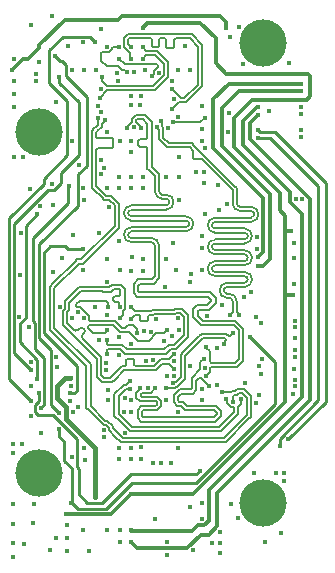
<source format=gbr>
G04*
G04 #@! TF.GenerationSoftware,Altium Limited,Altium Designer,24.9.1 (31)*
G04*
G04 Layer_Physical_Order=3*
G04 Layer_Color=6736896*
%FSLAX44Y44*%
%MOMM*%
G71*
G04*
G04 #@! TF.SameCoordinates,FD4918BF-9287-427B-8844-C27258197B88*
G04*
G04*
G04 #@! TF.FilePolarity,Positive*
G04*
G01*
G75*
%ADD51C,0.4000*%
%ADD52C,0.3000*%
%ADD53C,0.3200*%
%ADD55C,0.1800*%
%ADD56C,0.2200*%
%ADD58C,4.0000*%
%ADD59C,0.4000*%
%ADD60C,0.1600*%
D51*
X73000Y55000D02*
Y96000D01*
X48000Y121000D02*
X73000Y96000D01*
X41000Y138311D02*
X48000Y131311D01*
Y121000D02*
Y131311D01*
X41000Y138311D02*
Y149000D01*
X47625Y155625D01*
X51908D01*
D52*
X12072Y425465D02*
X16269D01*
X25346Y434542D01*
X2804Y416196D02*
X12072Y425465D01*
X25346Y434542D02*
Y437346D01*
X47000Y459000D01*
X92500D01*
X183809Y452191D02*
X184000Y452000D01*
X183809Y452191D02*
Y457191D01*
X179000Y462000D02*
X183809Y457191D01*
X95500Y462000D02*
X179000D01*
X92500Y459000D02*
X95500Y462000D01*
D53*
X198000Y372962D02*
X208762Y383725D01*
X198000Y353000D02*
Y372962D01*
X208762Y383725D02*
X209508D01*
X173000Y350000D02*
Y392000D01*
X185875Y404875D01*
X173000Y350000D02*
X215100Y307900D01*
X179900Y352100D02*
X221000Y311000D01*
X179900Y352100D02*
Y383900D01*
X194375Y398375D01*
X190100Y350900D02*
X229000Y312000D01*
X190100Y350900D02*
Y375585D01*
X205515Y391000D01*
X198000Y353000D02*
X237900Y313100D01*
Y304888D02*
Y313100D01*
X229000Y298000D02*
X234000Y293000D01*
X229000Y298000D02*
Y312000D01*
X234000Y280000D02*
Y293000D01*
X237900Y304888D02*
X248000Y294788D01*
X221000Y256000D02*
Y311000D01*
X215100Y262533D02*
Y307900D01*
X248000Y139353D02*
Y294788D01*
X204000Y358213D02*
X255000Y307213D01*
Y137000D02*
Y307213D01*
X176000Y58000D02*
X255000Y137000D01*
X86000Y40000D02*
X103000Y57000D01*
X48000Y40000D02*
X86000D01*
X103000Y26000D02*
X154700D01*
X176000Y30000D02*
Y58000D01*
X184000Y413000D02*
X253125D01*
X255000Y411125D01*
Y394000D02*
Y411125D01*
X175000Y422000D02*
X184000Y413000D01*
X113000Y452000D02*
X117000Y456000D01*
X162000D01*
X175000Y443000D01*
Y422000D02*
Y443000D01*
X210784Y258000D02*
Y258216D01*
X215100Y262533D01*
X215153Y250153D02*
X221000Y256000D01*
X211000Y250000D02*
X211153Y250153D01*
X215153D01*
X234000Y226000D02*
Y280000D01*
X239000D01*
X234000Y135000D02*
Y226000D01*
X240000D01*
X252000Y391000D02*
X255000Y394000D01*
X205515Y391000D02*
X252000D01*
X103000Y57000D02*
X156000D01*
X234000Y135000D01*
X169000Y60353D02*
X248000Y139353D01*
X169000Y34787D02*
Y60353D01*
X204000Y358213D02*
Y371750D01*
X194375Y398375D02*
X247125D01*
X204000Y371750D02*
X210875Y378625D01*
X209508Y383725D02*
X210784Y385000D01*
X185875Y404875D02*
X247125D01*
X169000Y23000D02*
X176000Y30000D01*
X165112Y30900D02*
X169000Y34787D01*
X162289Y23000D02*
X169000D01*
X150789Y11500D02*
X162289Y23000D01*
X159600Y30900D02*
X165112D01*
X154700Y26000D02*
X159600Y30900D01*
X108700Y11500D02*
X150789D01*
X103600Y16600D02*
X108700Y11500D01*
X210784Y385000D02*
X211000D01*
X103000Y26000D02*
X103600Y26600D01*
D55*
X162000Y372000D02*
X166000Y376000D01*
X139000Y372000D02*
X162000D01*
D56*
X42920Y424080D02*
X44424D01*
X48000Y420504D01*
X39000Y428000D02*
X42920Y424080D01*
X34000Y433000D02*
X45600Y444600D01*
X34000Y405331D02*
Y433000D01*
Y405331D02*
X49000Y390331D01*
X42000Y410000D02*
X42344Y409656D01*
Y405656D02*
X59000Y389000D01*
X42344Y405656D02*
Y409656D01*
X49000Y344000D02*
Y390331D01*
X38350Y315000D02*
X44000Y320650D01*
X33000Y315000D02*
X38350D01*
X3900Y285900D02*
X33000Y315000D01*
X44000Y320650D02*
Y329000D01*
X59000Y344000D01*
Y389000D01*
X29200Y324200D02*
X49000Y344000D01*
X3900Y176887D02*
Y285900D01*
X200Y290695D02*
X29200Y319695D01*
Y324200D01*
X200Y154800D02*
Y290695D01*
X48000Y411000D02*
Y420504D01*
X68400Y444600D02*
X73000Y440000D01*
X45600Y444600D02*
X68400D01*
X49760Y264750D02*
X63000D01*
X34757Y267000D02*
X47510D01*
X49760Y264750D01*
X29400Y261644D02*
X34757Y267000D01*
X79000Y50000D02*
X103000Y74000D01*
X66000Y50000D02*
X79000D01*
X59000Y57000D02*
X66000Y50000D01*
X82000Y45000D02*
X104000Y67000D01*
X53000Y50000D02*
X58000Y45000D01*
X82000D01*
X59000Y57000D02*
Y78495D01*
X57600Y79895D02*
Y103895D01*
X37495Y124000D02*
X57600Y103895D01*
X35400Y132600D02*
Y179656D01*
Y132600D02*
X42000Y126000D01*
X24505Y124000D02*
X37495D01*
X53000Y50000D02*
Y79000D01*
X41944Y106056D02*
Y111944D01*
X46700Y85300D02*
Y101300D01*
X41944Y106056D02*
X46700Y101300D01*
X41944Y111944D02*
X42000Y112000D01*
X57600Y79895D02*
X59000Y78495D01*
X46700Y85300D02*
X53000Y79000D01*
X104000Y67000D02*
X158608D01*
X225100Y133492D02*
Y168900D01*
X204000Y190000D02*
X225100Y168900D01*
X158608Y67000D02*
X225100Y133492D01*
X20000Y274000D02*
X50000Y304000D01*
Y316784D01*
X20000Y204000D02*
Y274000D01*
X25700Y189356D02*
Y268700D01*
X58400Y301400D02*
Y328167D01*
X25700Y268700D02*
X58400Y301400D01*
X29400Y193880D02*
Y261644D01*
X24000Y155000D02*
Y171000D01*
X9000Y186000D02*
Y201495D01*
Y186000D02*
X24000Y171000D01*
X29400Y193880D02*
X57225Y166054D01*
X22000Y180000D02*
X29700Y172300D01*
X20000Y204000D02*
X22000Y202000D01*
Y180000D02*
Y202000D01*
X25700Y189356D02*
X35400Y179656D01*
X57225Y144874D02*
Y166054D01*
X220875Y359125D02*
X262000Y318000D01*
Y137000D02*
Y318000D01*
X229000Y104000D02*
X262000Y137000D01*
X236500Y104000D02*
X268000Y135500D01*
X224775Y364225D02*
X268000Y321000D01*
Y135500D02*
Y321000D01*
X58400Y328167D02*
X65600Y335367D01*
Y393400D01*
X29700Y133187D02*
Y172300D01*
X26875Y130362D02*
X29700Y133187D01*
X9000Y201495D02*
X14600Y207095D01*
Y284600D01*
X200Y154800D02*
X18875Y136125D01*
X3900Y176887D02*
X18663Y162125D01*
X14600Y284600D02*
X24000Y294000D01*
X48000Y411000D02*
X65600Y393400D01*
X210875Y359125D02*
X220875D01*
X212491Y364225D02*
X224775D01*
X158615Y74000D02*
X161519Y76904D01*
X162006D01*
X22039Y126466D02*
Y132784D01*
Y126466D02*
X24505Y124000D01*
X26875Y129875D02*
Y130362D01*
X229000Y98000D02*
Y104000D01*
X210875Y365625D02*
X211091D01*
X212491Y364225D01*
X103000Y74000D02*
X158615D01*
X22039Y132784D02*
X25000Y135745D01*
Y143000D01*
X50000Y316784D02*
X51000Y317784D01*
Y318000D01*
X18663Y162125D02*
X18875D01*
X52217Y143000D02*
X55350D01*
X57225Y144874D01*
D58*
X215000Y439000D02*
D03*
X25000Y75000D02*
D03*
X215000Y50000D02*
D03*
X25000Y364000D02*
D03*
D59*
X18500Y454000D02*
D03*
X25000Y423375D02*
D03*
X2804Y416196D02*
D03*
X39000Y428000D02*
D03*
X42000Y410000D02*
D03*
X133000Y256000D02*
D03*
X26000Y301000D02*
D03*
X73000Y55000D02*
D03*
X36674Y319830D02*
D03*
X17500Y315875D02*
D03*
X50000Y436250D02*
D03*
X73000Y440000D02*
D03*
X63000Y264750D02*
D03*
X132250Y232625D02*
D03*
X42000Y126000D02*
D03*
X134000Y157000D02*
D03*
X52716Y49930D02*
D03*
X42000Y112000D02*
D03*
X53000Y89000D02*
D03*
X63600Y96600D02*
D03*
X64000Y86000D02*
D03*
X204000Y190000D02*
D03*
X113000Y256000D02*
D03*
Y246000D02*
D03*
X63000Y440000D02*
D03*
X83000Y436000D02*
D03*
X79998Y111500D02*
D03*
X83600Y136600D02*
D03*
X83000Y256000D02*
D03*
X63000Y26600D02*
D03*
X63600Y206000D02*
D03*
X49000Y31000D02*
D03*
Y20000D02*
D03*
X12000Y343000D02*
D03*
X4000Y385000D02*
D03*
Y407000D02*
D03*
X23000D02*
D03*
Y413000D02*
D03*
X4000Y426000D02*
D03*
X195000Y453000D02*
D03*
X198000Y421000D02*
D03*
X194000Y37000D02*
D03*
X179000Y25000D02*
D03*
Y16000D02*
D03*
X172000D02*
D03*
X226000Y75000D02*
D03*
X233000Y68000D02*
D03*
X3000Y92000D02*
D03*
Y100000D02*
D03*
X11000D02*
D03*
X3000Y4000D02*
D03*
Y16000D02*
D03*
Y32000D02*
D03*
X20681Y32660D02*
D03*
X21000Y49000D02*
D03*
X3000D02*
D03*
X188000D02*
D03*
X243000Y307000D02*
D03*
X133600Y16600D02*
D03*
X140000Y176000D02*
D03*
X93600Y216000D02*
D03*
X116000Y170000D02*
D03*
X122150Y171150D02*
D03*
X103000Y387000D02*
D03*
Y394000D02*
D03*
X78000Y328000D02*
D03*
X165000Y321000D02*
D03*
Y330000D02*
D03*
X104000Y258000D02*
D03*
X133000Y326000D02*
D03*
X76000Y188000D02*
D03*
X140000Y157000D02*
D03*
X122000Y84000D02*
D03*
X230000Y24000D02*
D03*
X207000Y75000D02*
D03*
X233000D02*
D03*
X241000Y235000D02*
D03*
Y257000D02*
D03*
Y270000D02*
D03*
X140000Y170000D02*
D03*
Y163000D02*
D03*
X143000Y376500D02*
D03*
X187000Y444000D02*
D03*
X166000Y350000D02*
D03*
X59000Y336000D02*
D03*
X80000Y333000D02*
D03*
X37000Y302000D02*
D03*
X54000Y277000D02*
D03*
X93300Y271300D02*
D03*
X58300Y211300D02*
D03*
X168000Y208000D02*
D03*
X98000Y109000D02*
D03*
X83916Y145595D02*
D03*
X58000Y131000D02*
D03*
X141000Y247000D02*
D03*
X139000Y270000D02*
D03*
X154000Y244000D02*
D03*
X177000Y319000D02*
D03*
X158000Y330000D02*
D03*
X129000Y84000D02*
D03*
X112000Y394000D02*
D03*
X111000Y387000D02*
D03*
X4000Y396000D02*
D03*
Y343000D02*
D03*
X237000Y422000D02*
D03*
X220000Y382000D02*
D03*
X240000Y142000D02*
D03*
X242000Y189000D02*
D03*
X241000Y163000D02*
D03*
X49000Y9000D02*
D03*
X40000Y20000D02*
D03*
X35000Y10000D02*
D03*
X68000Y9000D02*
D03*
X179000Y7000D02*
D03*
X134000Y6000D02*
D03*
X184000Y452000D02*
D03*
X10000Y278000D02*
D03*
X37000Y245000D02*
D03*
X24000Y294000D02*
D03*
X12750Y15000D02*
D03*
X17250Y199000D02*
D03*
X165500Y294000D02*
D03*
X178000Y298000D02*
D03*
X124379Y205621D02*
D03*
X149000Y437000D02*
D03*
X184909Y302955D02*
D03*
X185000Y364000D02*
D03*
X186100Y380000D02*
D03*
X40000Y389000D02*
D03*
X210784Y258000D02*
D03*
X211000Y250000D02*
D03*
X199000Y224000D02*
D03*
X205000Y228000D02*
D03*
X137000Y84000D02*
D03*
X103600Y126600D02*
D03*
Y136600D02*
D03*
X78200Y451000D02*
D03*
X54200Y127000D02*
D03*
X163000Y50000D02*
D03*
X166000Y376000D02*
D03*
X239000Y280000D02*
D03*
X240000Y226000D02*
D03*
X180000Y217000D02*
D03*
X162006Y76904D02*
D03*
X42756Y216046D02*
D03*
X41000Y165000D02*
D03*
X40000Y173000D02*
D03*
X26875Y129875D02*
D03*
X8500Y207500D02*
D03*
X9000Y243000D02*
D03*
X229000Y98000D02*
D03*
X236500Y104000D02*
D03*
X25000Y143000D02*
D03*
X24000Y155000D02*
D03*
X36000Y462000D02*
D03*
X217000Y17000D02*
D03*
X248000Y307000D02*
D03*
X144000Y343000D02*
D03*
X140000Y392000D02*
D03*
X103000Y316000D02*
D03*
X127000Y414000D02*
D03*
X103000Y436000D02*
D03*
X138000Y400000D02*
D03*
X112000Y97000D02*
D03*
Y87000D02*
D03*
X180000Y143595D02*
D03*
X200000Y151000D02*
D03*
X212000Y141000D02*
D03*
X209000Y134000D02*
D03*
X83000Y209000D02*
D03*
X97000Y127000D02*
D03*
X98204Y138204D02*
D03*
X138000Y407000D02*
D03*
X190000Y135000D02*
D03*
X83000Y364000D02*
D03*
X75000Y376000D02*
D03*
X81000Y374000D02*
D03*
X93000Y175000D02*
D03*
X80000Y106000D02*
D03*
X82000Y162000D02*
D03*
X78000Y340000D02*
D03*
X163000Y36000D02*
D03*
X153600Y46000D02*
D03*
X156003Y9501D02*
D03*
X123600Y36000D02*
D03*
X19000Y169000D02*
D03*
X113000Y452000D02*
D03*
X120211Y194790D02*
D03*
X134000Y196000D02*
D03*
X82000Y168000D02*
D03*
X138000Y191000D02*
D03*
X52000Y143000D02*
D03*
X27000Y109000D02*
D03*
X45000Y257000D02*
D03*
X135000Y367000D02*
D03*
X91000Y414000D02*
D03*
X78000Y381000D02*
D03*
X103000Y57000D02*
D03*
X76000Y278000D02*
D03*
X85000Y300000D02*
D03*
X51000Y318000D02*
D03*
X48000Y40000D02*
D03*
X210000Y265000D02*
D03*
Y275000D02*
D03*
X18875Y162125D02*
D03*
X52125Y155625D02*
D03*
Y149125D02*
D03*
X52000Y136000D02*
D03*
X18875Y123125D02*
D03*
Y136125D02*
D03*
Y149125D02*
D03*
X247125Y359375D02*
D03*
Y365875D02*
D03*
Y378875D02*
D03*
Y385375D02*
D03*
Y398375D02*
D03*
Y404875D02*
D03*
X210875Y359125D02*
D03*
Y365625D02*
D03*
Y378625D02*
D03*
X211000Y385000D02*
D03*
X242000Y154000D02*
D03*
Y148500D02*
D03*
Y179000D02*
D03*
Y173500D02*
D03*
Y204000D02*
D03*
Y198500D02*
D03*
X100000Y367000D02*
D03*
X112000D02*
D03*
X131000Y187000D02*
D03*
X108000Y194000D02*
D03*
X83000Y196000D02*
D03*
X195000Y209000D02*
D03*
X169000Y149000D02*
D03*
X166000Y164000D02*
D03*
X165000Y172000D02*
D03*
X167000Y182000D02*
D03*
X176000Y181000D02*
D03*
X93000Y190000D02*
D03*
X139000Y151000D02*
D03*
X133000Y147000D02*
D03*
X102000Y153000D02*
D03*
Y146000D02*
D03*
X103300Y205700D02*
D03*
X103600Y216000D02*
D03*
X93600Y206000D02*
D03*
X83600Y216000D02*
D03*
X93000Y96600D02*
D03*
Y86600D02*
D03*
X103000Y96600D02*
D03*
Y86600D02*
D03*
X113000Y426000D02*
D03*
X103000D02*
D03*
X113000Y436000D02*
D03*
X93000Y426000D02*
D03*
Y436000D02*
D03*
X153600Y166000D02*
D03*
X184000Y138000D02*
D03*
X213000Y159000D02*
D03*
X214000Y172000D02*
D03*
X209000Y207000D02*
D03*
X213000Y202000D02*
D03*
X187000Y209000D02*
D03*
X114000Y195000D02*
D03*
X83000Y176000D02*
D03*
X103000Y184000D02*
D03*
X83000Y188000D02*
D03*
X79000Y410000D02*
D03*
X92000Y407000D02*
D03*
X115000Y416000D02*
D03*
X121000Y411000D02*
D03*
X75000Y386000D02*
D03*
X129000Y373000D02*
D03*
X125000Y368000D02*
D03*
X139000Y372000D02*
D03*
X138000Y383000D02*
D03*
X153000Y416600D02*
D03*
X143000D02*
D03*
X113000Y326000D02*
D03*
Y316000D02*
D03*
X103000Y326000D02*
D03*
X93000Y316000D02*
D03*
Y326000D02*
D03*
X93600Y16600D02*
D03*
Y26600D02*
D03*
X83000D02*
D03*
X103600Y16600D02*
D03*
Y26600D02*
D03*
X143000Y96000D02*
D03*
X163000Y146600D02*
D03*
Y136600D02*
D03*
X143000Y126600D02*
D03*
X133000Y136600D02*
D03*
X163000Y246600D02*
D03*
X143600Y196600D02*
D03*
X143000Y206000D02*
D03*
X73000Y216000D02*
D03*
X53600Y206000D02*
D03*
X163000Y276000D02*
D03*
Y266000D02*
D03*
X83000Y236600D02*
D03*
X63000Y246600D02*
D03*
X93600D02*
D03*
X103000Y246000D02*
D03*
X153000Y236600D02*
D03*
X143600Y326000D02*
D03*
Y306600D02*
D03*
X83000Y316000D02*
D03*
X63600Y306600D02*
D03*
X63000Y316000D02*
D03*
X163000Y386000D02*
D03*
Y366600D02*
D03*
Y356600D02*
D03*
X103600Y346600D02*
D03*
Y356600D02*
D03*
X93600D02*
D03*
X53600D02*
D03*
Y416600D02*
D03*
X63600D02*
D03*
X73600Y416600D02*
D03*
X212000Y166000D02*
D03*
X196000Y138000D02*
D03*
X176000Y150000D02*
D03*
X167000Y157000D02*
D03*
X182057Y183943D02*
D03*
X190000Y194000D02*
D03*
X124000Y147000D02*
D03*
X118000D02*
D03*
X111000D02*
D03*
X106000Y368000D02*
D03*
X77000Y393000D02*
D03*
X77600Y400000D02*
D03*
X106000Y415000D02*
D03*
X100000D02*
D03*
D60*
X54628Y196372D02*
G03*
X58588Y196372I1980J1980D01*
G01*
X63396Y197220D02*
G03*
X59436Y197220I-1980J-1980D01*
G01*
X63396Y193260D02*
G03*
X63396Y197220I-1980J1980D01*
G01*
X62548Y192412D02*
G03*
X62548Y188452I1980J-1980D01*
G01*
X123400Y267675D02*
G03*
X120600Y270475I-2800J0D01*
G01*
X103641Y283275D02*
G03*
X103641Y270475I0J-6400D01*
G01*
X149670Y283275D02*
G03*
X149670Y288875I0J2800D01*
G01*
X103641Y301675D02*
G03*
X103641Y288875I0J-6400D01*
G01*
X132900Y301675D02*
G03*
X132900Y307275I0J2800D01*
G01*
X123400Y313675D02*
G03*
X129800Y307275I6400J0D01*
G01*
X127000Y267675D02*
G03*
X120600Y274075I-6400J0D01*
G01*
X103641Y279675D02*
G03*
X103641Y274075I0J-2800D01*
G01*
X149670Y279675D02*
G03*
X149670Y292475I0J6400D01*
G01*
X103641Y298075D02*
G03*
X103641Y292475I0J-2800D01*
G01*
X132900Y298075D02*
G03*
X132900Y310875I0J6400D01*
G01*
X127000Y313675D02*
G03*
X129800Y310875I2800J0D01*
G01*
X189200Y220600D02*
G03*
X186400Y223400I-2800J0D01*
G01*
X184662Y236200D02*
G03*
X184662Y223400I0J-6400D01*
G01*
X199300Y236200D02*
G03*
X199300Y241800I0J2800D01*
G01*
X174600Y254600D02*
G03*
X174600Y241800I0J-6400D01*
G01*
X199300Y254600D02*
G03*
X199300Y260200I0J2800D01*
G01*
X174600Y273000D02*
G03*
X174600Y260200I0J-6400D01*
G01*
X199300Y273000D02*
G03*
X199300Y278600I0J2800D01*
G01*
X174600Y291400D02*
G03*
X174600Y278600I0J-6400D01*
G01*
X204800Y291400D02*
G03*
X204800Y297000I0J2800D01*
G01*
X189200Y303400D02*
G03*
X195600Y297000I6400J0D01*
G01*
X192800Y220600D02*
G03*
X186400Y227000I-6400J0D01*
G01*
X184662Y232600D02*
G03*
X184662Y227000I0J-2800D01*
G01*
X199300Y232600D02*
G03*
X199300Y245400I0J6400D01*
G01*
X174600Y251000D02*
G03*
X174600Y245400I0J-2800D01*
G01*
X199300Y251000D02*
G03*
X199300Y263800I0J6400D01*
G01*
X174600Y269400D02*
G03*
X174600Y263800I0J-2800D01*
G01*
X199300Y269400D02*
G03*
X199300Y282200I0J6400D01*
G01*
X174600Y287800D02*
G03*
X174600Y282200I0J-2800D01*
G01*
X204800Y287800D02*
G03*
X204800Y300600I0J6400D01*
G01*
X192800Y303400D02*
G03*
X195600Y300600I2800J0D01*
G01*
X88237Y435989D02*
X92989D01*
X84781Y431700D02*
X87300Y434219D01*
Y435051D02*
X88237Y435989D01*
X87300Y434219D02*
Y435051D01*
X78937Y431700D02*
X84781D01*
X92989Y435989D02*
X93000Y436000D01*
X81779Y115800D02*
X84298Y113281D01*
X80109Y115800D02*
X81779D01*
X67509Y128400D02*
X80109Y115800D01*
X83271Y119400D02*
X87898Y114772D01*
X81600Y119400D02*
X83271D01*
X69000Y132000D02*
X81600Y119400D01*
X139063Y435000D02*
X140000Y435937D01*
Y442000D01*
X133937Y435000D02*
X139063D01*
X133000Y435937D02*
X133937Y435000D01*
X133000Y435937D02*
Y442000D01*
X97873Y421127D02*
X124846D01*
X125783Y418864D02*
Y420190D01*
X122700Y415781D02*
X125783Y418864D01*
X124846Y421127D02*
X125783Y420190D01*
X105063Y172000D02*
X106000Y171063D01*
Y166937D02*
Y171063D01*
X99000Y166637D02*
Y171063D01*
X99937Y172000D01*
X105063D01*
X95700Y165700D02*
X98063D01*
X99000Y166637D01*
X67073Y183927D02*
X77700Y173300D01*
Y158219D02*
Y173300D01*
X107237Y165700D02*
X122781D01*
X106000Y166937D02*
X107237Y165700D01*
X49000Y202000D02*
X51375Y199625D01*
X85700Y155700D02*
X95700Y165700D01*
X122781D02*
X128405Y171324D01*
X135243D02*
X139919Y176000D01*
X128405Y171324D02*
X135243D01*
X50656Y219319D02*
X60737Y229400D01*
X49000Y211118D02*
X50656Y212774D01*
Y219319D01*
X60737Y229400D02*
X79028D01*
X49000Y202000D02*
Y211118D01*
X88572Y231000D02*
X93000D01*
X94337Y225937D02*
Y229663D01*
X93000Y231000D02*
X94337Y229663D01*
X90000Y225000D02*
X93400D01*
X94337Y225937D01*
X79728Y228700D02*
X86272D01*
X88572Y231000D01*
X79028Y229400D02*
X79728Y228700D01*
X88163Y221837D02*
Y223163D01*
X90000Y225000D01*
X88163Y221837D02*
X90000Y220000D01*
X92204D01*
X93141Y219063D01*
Y216459D02*
Y219063D01*
Y216459D02*
X93600Y216000D01*
X85700Y155700D02*
Y155700D01*
X80219Y155700D02*
X85700D01*
X78200Y157719D02*
Y157719D01*
Y157719D02*
X80219Y155700D01*
X77700Y158219D02*
X78200Y157719D01*
X51375Y199625D02*
X54628Y196372D01*
X54628Y196372D02*
X54628Y196372D01*
X58588D02*
X59436Y197220D01*
X59436D02*
X59436D01*
X63396Y197220D02*
X63396Y197220D01*
X63396Y197220D02*
X63396Y197220D01*
X63396D02*
X63396Y197220D01*
X62548Y192412D02*
X63396Y193260D01*
X62548Y188452D02*
X62548Y188452D01*
X67073Y183927D01*
X135276Y167724D02*
X140000Y163000D01*
X129896Y167724D02*
X135276D01*
X124272Y162100D02*
X129896Y167724D01*
X97191Y162100D02*
X124272D01*
X89300Y154209D02*
X97191Y162100D01*
X45400Y200509D02*
X65789Y180120D01*
X74100Y171809D01*
X84298Y111611D02*
X90100Y105809D01*
X87898Y113102D02*
X93700Y107300D01*
X84298Y111611D02*
Y113281D01*
X87898Y113102D02*
Y114772D01*
X148800Y154628D02*
Y173800D01*
X141006Y152016D02*
X141690Y152700D01*
X141781D01*
X140781Y146700D02*
X143181Y149100D01*
X143272D01*
X141781Y152700D02*
X145200Y156119D01*
X143272Y149100D02*
X148800Y154628D01*
X145200Y156119D02*
Y175291D01*
X78000Y424000D02*
X82541Y419459D01*
X78000Y424000D02*
Y430763D01*
X78937Y431700D01*
X122700Y413137D02*
Y415781D01*
X121000Y411437D02*
X122700Y413137D01*
X82541Y419459D02*
X92541D01*
X189200Y306000D02*
Y314800D01*
X157000Y341000D02*
X163000D01*
X189200Y314800D01*
X156000Y342000D02*
X157000Y341000D01*
X153100Y350900D02*
X156000Y348000D01*
Y342000D02*
Y348000D01*
X137100Y350900D02*
X137100Y350900D01*
X153100D01*
X127100Y357580D02*
X133780Y350900D01*
X137100D01*
X127100Y357580D02*
Y365863D01*
X154591Y354500D02*
X156700Y352391D01*
X135271Y354500D02*
X154591D01*
X130700Y359071D02*
Y367354D01*
Y359071D02*
X135271Y354500D01*
X129000Y373000D02*
X129454Y372546D01*
Y368600D02*
Y372546D01*
X125000Y367963D02*
X127100Y365863D01*
X125000Y367963D02*
Y368000D01*
X129454Y368600D02*
X130700Y367354D01*
X74637Y359000D02*
X87063D01*
X74937Y350000D02*
X87063D01*
X88000Y350937D02*
Y358063D01*
X87063Y350000D02*
X88000Y350937D01*
X87063Y359000D02*
X88000Y358063D01*
X34856Y196053D02*
Y232947D01*
X38456Y197544D02*
Y231456D01*
X34856Y196053D02*
X65400Y165509D01*
X38456Y197544D02*
X69000Y167000D01*
X38456Y231456D02*
X59386Y252386D01*
X60081Y215600D02*
X67900Y207781D01*
X56863Y216537D02*
Y217863D01*
Y216537D02*
X57800Y215600D01*
X56863Y217863D02*
X60000Y221000D01*
X57800Y215600D02*
X60081D01*
X164400Y203600D02*
X191572D01*
X162909Y200000D02*
X173384D01*
X156000Y206909D02*
X162909Y200000D01*
X191572Y203600D02*
X197900Y197272D01*
X190081Y200000D02*
X194300Y195781D01*
X173384Y200000D02*
X190081D01*
X159600Y208400D02*
X164400Y203600D01*
X159600Y208400D02*
Y212463D01*
X156000Y206909D02*
Y213954D01*
X92700Y125219D02*
Y140306D01*
X95472Y122700D02*
X104272Y113900D01*
X89100Y123728D02*
X93728Y119100D01*
X93981D02*
X102781Y110300D01*
X92700Y125219D02*
X95219Y122700D01*
X89100Y123728D02*
Y141797D01*
X95219Y122700D02*
X95472D01*
X93728Y119100D02*
X93981D01*
X94728Y101100D02*
X101272D01*
X93700Y107219D02*
Y107300D01*
X99981Y104900D02*
X181809D01*
X99781Y104700D02*
X99981Y104900D01*
X90100Y105728D02*
Y105809D01*
X93700Y107219D02*
X96219Y104700D01*
X101272Y101100D02*
X101472Y101300D01*
X102781Y110300D02*
X179300D01*
X101472Y101300D02*
X183300D01*
X104272Y113900D02*
X177809D01*
X96219Y104700D02*
X99781D01*
X179300Y110300D02*
X194000Y125000D01*
X90100Y105728D02*
X94728Y101100D01*
X83100Y399100D02*
X123272D01*
X121781Y402700D02*
X131300Y412219D01*
X79000Y406723D02*
X83023Y402700D01*
X121781D01*
X123272Y399100D02*
X134900Y410728D01*
X77000Y393000D02*
X83100Y399100D01*
X79000Y406723D02*
Y410000D01*
X37509Y235600D02*
X55786Y253877D01*
X34856Y232947D02*
X37509Y235600D01*
X37509D01*
X55786Y253877D02*
X57895Y255986D01*
X62386Y252386D02*
X92900Y282900D01*
X59386Y252386D02*
Y252386D01*
X60895Y255986D02*
X89300Y284391D01*
X59386Y252386D02*
X62386D01*
X55786Y253877D02*
Y253877D01*
X92900Y282900D02*
Y303272D01*
X89300Y284391D02*
Y301781D01*
X57895Y255986D02*
X60895D01*
X159046Y217000D02*
X167909D01*
X160537Y213400D02*
X169400D01*
X174846Y218846D01*
X170000Y228000D02*
X174846Y223154D01*
X171246Y220337D02*
Y221663D01*
X167909Y217000D02*
X171246Y220337D01*
X168509Y224400D02*
X171246Y221663D01*
X174846Y218846D02*
Y223154D01*
X163117Y193208D02*
X183899D01*
X164608Y189608D02*
Y189608D01*
X182408D01*
X148800Y173800D02*
X164608Y189608D01*
X161008Y191099D02*
Y191099D01*
X163117Y193208D01*
X147309Y177400D02*
X161008Y191099D01*
X187216Y191217D02*
X190000Y194000D01*
X182516Y184402D02*
Y186516D01*
X183899Y193208D02*
X185891Y191217D01*
X182057Y183943D02*
X182516Y184402D01*
X182408Y189608D02*
X183346Y188671D01*
X145200Y175291D02*
X147309Y177400D01*
X183346Y187346D02*
Y188671D01*
X182516Y186516D02*
X183346Y187346D01*
X148800Y173800D02*
X148800D01*
X147309Y177400D02*
X147309D01*
X185891Y191217D02*
X187216D01*
X190000Y194000D02*
X190000D01*
X47056Y214265D02*
Y220810D01*
X45400Y200509D02*
Y212610D01*
X59246Y233000D02*
X80519D01*
X47056Y220810D02*
X59246Y233000D01*
X45400Y212610D02*
X47056Y214265D01*
X140840Y209921D02*
X141219Y210300D01*
X121726Y209050D02*
X122598Y209921D01*
X111000Y204937D02*
X111937Y204000D01*
X117063D02*
X118000Y204937D01*
X122598Y209921D02*
X140840D01*
X111000Y204937D02*
Y208000D01*
X106800Y209050D02*
X109950D01*
X139728Y213900D02*
X146272D01*
X118000Y208000D02*
X119050Y209050D01*
X139349Y213521D02*
X139728Y213900D01*
X146272D02*
X151600Y208572D01*
X106800Y212650D02*
X120235D01*
X111937Y204000D02*
X117063D01*
X109950Y209050D02*
X111000Y208000D01*
X141219Y210300D02*
X144781D01*
X120235Y212650D02*
X121106Y213521D01*
X119050Y209050D02*
X121726D01*
X144781Y210300D02*
X148000Y207081D01*
X121106Y213521D02*
X139349D01*
X118000Y204937D02*
Y208000D01*
X75000Y369600D02*
Y376000D01*
X73263Y367863D02*
X75000Y369600D01*
X73700Y359937D02*
Y363209D01*
Y318300D02*
Y348763D01*
X74937Y350000D01*
X70100Y364700D02*
X72209Y366809D01*
X74755Y364263D02*
X78600Y368109D01*
Y370951D01*
X74754Y364263D02*
X74755D01*
X72209Y366809D02*
X73263Y367863D01*
X70100Y316809D02*
Y364700D01*
X72209Y366809D02*
X72209D01*
X73700Y363209D02*
X73700D01*
X74754Y364263D01*
X73700Y359937D02*
X74637Y359000D01*
X73263Y367863D02*
X73263D01*
X78600Y370951D02*
X81000Y373351D01*
X73700Y318300D02*
X73700D01*
X81982Y310018D01*
X70100Y316809D02*
X72209Y314700D01*
X72209D02*
X78382Y308527D01*
X72209Y314700D02*
X72209D01*
X121000Y411000D02*
Y411437D01*
X80491Y306418D02*
X84663D01*
X78382Y308527D02*
Y308527D01*
X81982Y310018D02*
Y310018D01*
X78382Y308527D02*
X80491Y306418D01*
X81982Y310018D02*
X86154D01*
X134900Y410728D02*
Y423191D01*
X123800Y429200D02*
X131300Y421700D01*
Y412219D02*
Y421700D01*
X125291Y432800D02*
X134900Y423191D01*
X69000Y132000D02*
Y167000D01*
X65400Y130509D02*
Y165509D01*
X67509Y128400D02*
X67509D01*
X69000Y132000D02*
X69000D01*
X181809Y104900D02*
X201100Y124191D01*
X183300Y101300D02*
X202591Y120591D01*
X65400Y130509D02*
X67509Y128400D01*
X177809Y113900D02*
X190400Y126491D01*
X189463Y130700D02*
X190400Y129763D01*
Y126491D02*
Y129763D01*
X188219Y130700D02*
X189463D01*
X184459Y134460D02*
Y137541D01*
Y134460D02*
X188219Y130700D01*
X184000Y138000D02*
X184459Y137541D01*
X194000Y131297D02*
X196000Y133297D01*
X194000Y125000D02*
Y131297D01*
X196000Y133297D02*
Y138000D01*
X116163Y358000D02*
X117100Y358937D01*
X111000Y358000D02*
X116163D01*
X117100Y358937D02*
Y370809D01*
X109000Y356000D02*
X111000Y358000D01*
X116000Y351000D02*
X117100Y349900D01*
Y332809D02*
Y349900D01*
X111000Y351000D02*
X116000D01*
X109000Y353000D02*
X111000Y351000D01*
X109000Y353000D02*
Y356000D01*
X194300Y171300D02*
Y195781D01*
X170659Y168600D02*
X191600D01*
X171237Y165000D02*
X193091D01*
X191600Y168600D02*
X194300Y171300D01*
X197900Y169809D02*
Y197272D01*
X193091Y165000D02*
X197900Y169809D01*
X169722Y169537D02*
Y178629D01*
Y169537D02*
X170659Y168600D01*
X170300Y164063D02*
X171237Y165000D01*
X170300Y160300D02*
Y164063D01*
X118454Y331454D02*
Y331454D01*
X113365Y374544D02*
X117100Y370809D01*
Y332809D02*
X118454Y331454D01*
Y331454D02*
X119454Y330454D01*
X114856Y378144D02*
X120700Y372300D01*
Y334300D02*
X127000Y328000D01*
X120700Y334300D02*
Y372300D01*
X108737Y374544D02*
X113365D01*
X107246Y378144D02*
X114856D01*
X107800Y373606D02*
X108737Y374544D01*
X107800Y372281D02*
Y373606D01*
Y372281D02*
X110300Y369781D01*
Y369350D02*
Y369781D01*
X112000Y367000D02*
Y367649D01*
X110300Y369350D02*
X112000Y367649D01*
X101700Y369781D02*
X104200Y372281D01*
Y375098D01*
X107246Y378144D01*
X132000Y443000D02*
X133000Y442000D01*
X141000Y443000D02*
X153000D01*
X140000Y442000D02*
X141000Y443000D01*
X128000D02*
X132000D01*
X138081Y400000D02*
X145481Y392600D01*
X148509D01*
X159837Y403928D01*
X150000Y389000D02*
X163437Y402437D01*
X138000Y383000D02*
X144000Y389000D01*
X150000D01*
X159837Y403928D02*
Y436163D01*
X138000Y400000D02*
X138081D01*
X101837Y443000D02*
X120063D01*
X121000Y442063D01*
Y436937D02*
X121937Y436000D01*
X126063D01*
X121000Y436937D02*
Y442063D01*
X127000Y436937D02*
Y442000D01*
X126063Y436000D02*
X127000Y436937D01*
Y442000D02*
X128000Y443000D01*
X100900Y442063D02*
X101837Y443000D01*
X100900Y438137D02*
Y442063D01*
X153000Y443000D02*
X159837Y436163D01*
X103000Y436000D02*
Y436037D01*
X100900Y438137D02*
X103000Y436037D01*
X190691Y318400D02*
X190691D01*
X156700Y352391D02*
Y352391D01*
Y352391D02*
X190691Y318400D01*
X190691D02*
X192800Y316291D01*
Y306000D02*
Y316291D01*
X97300Y443554D02*
X100346Y446600D01*
X154491D01*
X97300Y435549D02*
Y443554D01*
X154491Y446600D02*
X163437Y437654D01*
X121909Y240000D02*
Y240000D01*
Y240000D02*
X123400Y241491D01*
Y267675D01*
X103641Y270475D02*
X120600D01*
X103641Y283275D02*
X149670D01*
X103641Y288875D02*
X149670D01*
X103641Y301675D02*
X132900D01*
X129800Y307275D02*
X132900D01*
X123400Y313675D02*
Y316275D01*
X127000Y240000D02*
Y267675D01*
X103641Y274075D02*
X120600D01*
X103641Y279675D02*
X149670D01*
X103641Y292475D02*
X149670D01*
X103641Y298075D02*
X132900D01*
X129800Y310875D02*
X132900D01*
X127000Y313675D02*
Y316275D01*
X123400D02*
Y326509D01*
X127000Y316275D02*
Y328000D01*
X120909Y239000D02*
X121909Y240000D01*
X127000Y240000D02*
Y240000D01*
X109509Y239000D02*
X120909D01*
X122400Y235400D02*
X127000Y240000D01*
X111000Y235400D02*
X122400D01*
X109937Y228000D02*
X170000D01*
X108446Y224400D02*
X168509D01*
X151600Y190509D02*
Y208572D01*
X148000Y192000D02*
Y207081D01*
X159600Y212463D02*
X160537Y213400D01*
X156000Y213954D02*
X159046Y217000D01*
X141391Y180300D02*
X151600Y190509D01*
X109000Y228937D02*
Y233400D01*
Y228937D02*
X109937Y228000D01*
X105400Y227446D02*
Y234891D01*
Y227446D02*
X108446Y224400D01*
X105400Y234891D02*
X109509Y239000D01*
X109000Y233400D02*
X111000Y235400D01*
X189200Y212000D02*
Y220600D01*
X184662Y223400D02*
X186400D01*
X184662Y236200D02*
X199300D01*
X174600Y241800D02*
X199300D01*
X174600Y254600D02*
X199300D01*
X174600Y260200D02*
X199300D01*
X174600Y273000D02*
X199300D01*
X174600Y278600D02*
X199300D01*
X174600Y291400D02*
X204800D01*
X195600Y297000D02*
X204800D01*
X189200Y303400D02*
Y306000D01*
X192800Y212000D02*
Y220600D01*
X184662Y227000D02*
X186400D01*
X184662Y232600D02*
X199300D01*
X174600Y245400D02*
X199300D01*
X174600Y251000D02*
X199300D01*
X174600Y263800D02*
X199300D01*
X174600Y269400D02*
X199300D01*
X174600Y282200D02*
X199300D01*
X174600Y287800D02*
X204800D01*
X195600Y300600D02*
X204800D01*
X192800Y303400D02*
Y306000D01*
X189200Y211200D02*
Y212000D01*
X192800Y211200D02*
Y212000D01*
X119454Y330454D02*
X123400Y326509D01*
X119454Y330454D02*
X119454D01*
X86154Y310018D02*
X92900Y303272D01*
X84663Y306418D02*
X89300Y301781D01*
X187765Y144054D02*
X188509Y144798D01*
X180459Y144054D02*
X187765D01*
X190000Y135000D02*
Y140261D01*
X180000Y143595D02*
X180459Y144054D01*
X190937Y141198D02*
X193117D01*
X191626Y144798D02*
X192865Y146037D01*
X190000Y140261D02*
X190937Y141198D01*
X193117D02*
X194356Y142437D01*
X188509Y144798D02*
X191626D01*
X192865Y146037D02*
X199135D01*
X194356Y142437D02*
X197644D01*
X199135Y146037D02*
X204700Y140472D01*
X197644Y142437D02*
X201100Y138981D01*
X204700Y122700D02*
Y140472D01*
X201100Y124191D02*
Y138981D01*
X202591Y120591D02*
X204700Y122700D01*
X202591Y120591D02*
X202591D01*
X201100Y124191D02*
X201100D01*
X96034Y415966D02*
X98385D01*
X92541Y419459D02*
X96034Y415966D01*
X93000Y426000D02*
X97873Y421127D01*
X99351Y415000D02*
X100000D01*
X98385Y415966D02*
X99351Y415000D01*
X84781Y232300D02*
X87081Y234600D01*
X94491D01*
X97937Y231154D01*
Y214187D02*
Y231154D01*
X81219Y232300D02*
X84781D01*
X80519Y233000D02*
X81219Y232300D01*
X103450Y205700D02*
X106800Y209050D01*
X103300Y205700D02*
X103450D01*
X103700Y192219D02*
X108919Y187000D01*
X98238Y197900D02*
X100397Y200059D01*
X118502Y187000D02*
X124737Y193235D01*
X94003Y194300D02*
X101700D01*
X107989Y194011D02*
X108000Y194000D01*
X131235Y193235D02*
X134000Y196000D01*
X108919Y187000D02*
X118502D01*
X107989Y194011D02*
Y197011D01*
X100397Y200059D02*
X104941D01*
X107989Y197011D01*
X101700Y194300D02*
X103700Y192300D01*
X124737Y193235D02*
X131235D01*
X103700Y192219D02*
Y192300D01*
X95495Y197900D02*
X98238D01*
X66960Y198040D02*
X71000Y194000D01*
X80863D01*
X82863Y196000D02*
X83000D01*
X80863Y194000D02*
X82863Y196000D01*
X90849Y202546D02*
X90849D01*
X66960Y199063D02*
X67898Y200000D01*
X67900Y204537D02*
Y207781D01*
X67898Y200000D02*
X88303D01*
X66960Y198040D02*
Y199063D01*
X89795Y203600D02*
X90849Y202546D01*
X68837Y203600D02*
X89795D01*
X88303Y200000D02*
X94003Y194300D01*
X67900Y204537D02*
X68837Y203600D01*
X90849Y202546D02*
X95495Y197900D01*
X60000Y221000D02*
X82000D01*
X83600Y219400D01*
Y216000D02*
Y219400D01*
X74100Y156728D02*
Y171809D01*
X89100Y141797D02*
X97195Y149892D01*
X92700Y140306D02*
X98686Y146292D01*
X101708D01*
X102000Y146000D01*
X101994Y153000D02*
X102000D01*
X97195Y149892D02*
X98886D01*
X101994Y153000D01*
X112600Y123237D02*
Y127177D01*
X113537Y122300D02*
X173209D01*
X113537Y128114D02*
X125357D01*
X109000Y128668D02*
X112046Y131714D01*
X112600Y127177D02*
X113537Y128114D01*
X112046Y131714D02*
X123866D01*
X125100Y132948D01*
X109000Y121746D02*
Y128668D01*
Y121746D02*
X112046Y118700D01*
X112600Y123237D02*
X113537Y122300D01*
X174700Y118700D02*
X179306Y123306D01*
X112046Y118700D02*
X174700D01*
X125357Y128114D02*
X128700Y131457D01*
X143000Y136537D02*
Y139444D01*
X139400Y140935D02*
X144465Y146000D01*
X143000Y136537D02*
X143937Y135600D01*
X139400Y135046D02*
X142446Y132000D01*
X143000Y139444D02*
X145956Y142400D01*
X142446Y132000D02*
X145546D01*
X139400Y135046D02*
Y140935D01*
X143937Y135600D02*
X147037D01*
X144465Y146000D02*
X153841D01*
X173209Y122300D02*
X175706Y124797D01*
X128700Y131457D02*
Y136391D01*
X145546Y132000D02*
X149046Y128500D01*
X112449Y139437D02*
X125654D01*
X173328Y128500D02*
X175706Y126122D01*
X149046Y128500D02*
X173328D01*
X125654Y139437D02*
X128700Y136391D01*
X175706Y124797D02*
Y126122D01*
X133300Y146700D02*
X140781D01*
X145956Y142400D02*
X155332D01*
X158378Y145446D02*
Y153000D01*
X154778Y146937D02*
Y155869D01*
X155332Y142400D02*
X158378Y145446D01*
X153841Y146000D02*
X154778Y146937D01*
X160986Y155608D02*
X162311D01*
X165300Y152700D02*
X169000Y149000D01*
X162311Y155608D02*
X165219Y152700D01*
X165300D01*
X158378Y153000D02*
X160986Y155608D01*
X154778Y155869D02*
X161700Y162791D01*
X125100Y132948D02*
Y134900D01*
X124163Y135837D02*
X125100Y134900D01*
X110958Y135837D02*
X124163D01*
X107912Y138883D02*
Y143191D01*
X109849Y145128D01*
X111512Y140374D02*
Y141700D01*
Y140374D02*
X112449Y139437D01*
X107912Y138883D02*
X110958Y135837D01*
X111512Y141700D02*
X112904Y143092D01*
X109849Y145128D02*
Y145200D01*
X111000Y146351D01*
X112904Y143092D02*
X115827D01*
X116219Y142700D01*
X111000Y146351D02*
Y147000D01*
X116219Y142700D02*
X119781D01*
X147037Y135600D02*
X150537Y132100D01*
X174819D01*
X140666Y152016D02*
X141006D01*
X139000Y151000D02*
X139649D01*
X140666Y152016D01*
X133000Y147000D02*
X133300Y146700D01*
X179306Y123306D02*
Y127613D01*
X174819Y132100D02*
X179306Y127613D01*
X131382Y179700D02*
X135582Y183900D01*
X93881Y180200D02*
X97981Y176100D01*
X132873D02*
X137073Y180300D01*
X95372Y183800D02*
X99472Y179700D01*
X131382D01*
X97981Y176100D02*
X132873D01*
X137073Y180300D02*
X141391D01*
X135582Y183900D02*
X139900D01*
X148000Y192000D01*
X161700Y168700D02*
X165000Y172000D01*
X161700Y162791D02*
Y168700D01*
X89300Y154209D02*
Y154209D01*
X87191Y152100D02*
X89300Y154209D01*
X119781Y142700D02*
X124000Y146919D01*
Y147000D01*
X163437Y402437D02*
Y437654D01*
X116200Y429200D02*
X123800D01*
X116200Y432800D02*
X125291D01*
X81000Y373351D02*
Y374000D01*
X83000Y184737D02*
Y188000D01*
X83937Y183800D02*
X95372D01*
X83937Y180200D02*
X93881D01*
X83000Y179263D02*
X83937Y180200D01*
X83000Y176000D02*
Y179263D01*
Y184737D02*
X83937Y183800D01*
X78728Y152100D02*
X87191D01*
X93600Y206000D02*
Y206649D01*
X96240Y212490D02*
X97937Y214187D01*
X96240Y209290D02*
Y212490D01*
X93600Y206649D02*
X96240Y209290D01*
X103600Y215850D02*
X106800Y212650D01*
X103600Y215850D02*
Y216000D01*
X74100Y156728D02*
X74600Y156228D01*
Y156228D02*
Y156228D01*
Y156228D02*
X78728Y152100D01*
X192800Y211200D02*
X195000Y209000D01*
X187000D02*
X189200Y211200D01*
X100000Y367649D02*
X101700Y369349D01*
Y369781D01*
X100000Y367000D02*
Y367649D01*
X167000Y181351D02*
Y182000D01*
Y157000D02*
X170300Y160300D01*
X167000Y181351D02*
X169722Y178629D01*
X113000Y436000D02*
X116200Y432800D01*
X113000Y426000D02*
X116200Y429200D01*
X97300Y435549D02*
X102541Y430309D01*
Y426459D02*
Y430309D01*
Y426459D02*
X103000Y426000D01*
M02*

</source>
